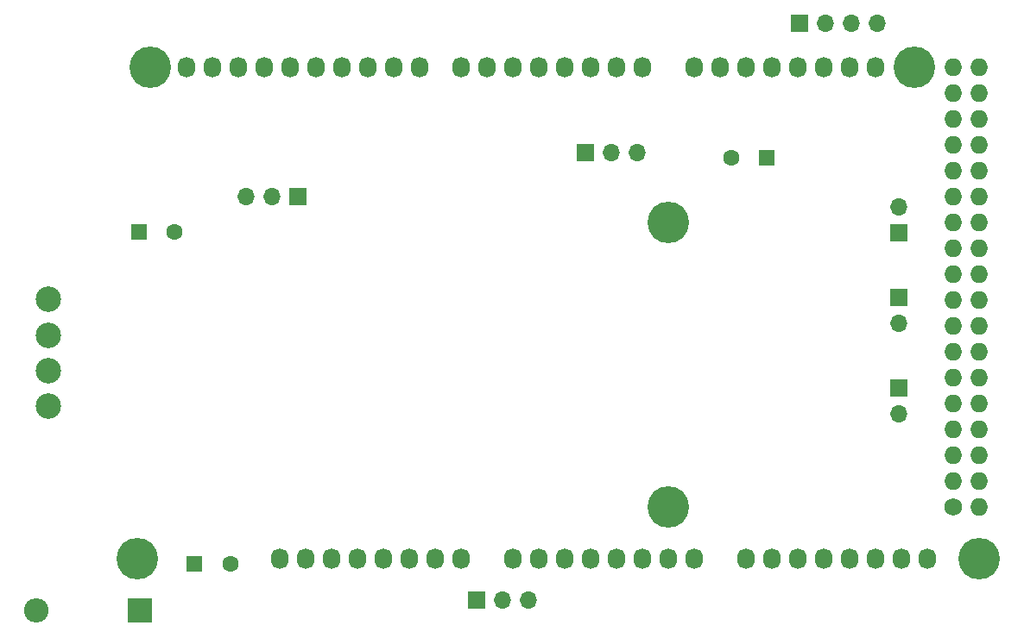
<source format=gbr>
G04 #@! TF.GenerationSoftware,KiCad,Pcbnew,(5.0.0-rc2-37-ga8db21319)*
G04 #@! TF.CreationDate,2018-05-29T02:54:05+01:00*
G04 #@! TF.ProjectId,tug,7475672E6B696361645F706362000000,rev?*
G04 #@! TF.SameCoordinates,Original*
G04 #@! TF.FileFunction,Soldermask,Bot*
G04 #@! TF.FilePolarity,Negative*
%FSLAX46Y46*%
G04 Gerber Fmt 4.6, Leading zero omitted, Abs format (unit mm)*
G04 Created by KiCad (PCBNEW (5.0.0-rc2-37-ga8db21319)) date Tue May 29 02:54:05 2018*
%MOMM*%
%LPD*%
G01*
G04 APERTURE LIST*
%ADD10C,1.727200*%
%ADD11O,1.727200X1.727200*%
%ADD12O,1.727200X2.032000*%
%ADD13C,4.064000*%
%ADD14C,1.600000*%
%ADD15R,1.600000X1.600000*%
%ADD16R,2.400000X2.400000*%
%ADD17O,2.400000X2.400000*%
%ADD18R,1.700000X1.700000*%
%ADD19O,1.700000X1.700000*%
%ADD20C,2.500000*%
G04 APERTURE END LIST*
D10*
G04 #@! TO.C,P1*
X197358000Y-114046000D03*
D11*
X199898000Y-114046000D03*
X197358000Y-111506000D03*
X199898000Y-111506000D03*
X197358000Y-108966000D03*
X199898000Y-108966000D03*
X197358000Y-106426000D03*
X199898000Y-106426000D03*
X197358000Y-103886000D03*
X199898000Y-103886000D03*
X197358000Y-101346000D03*
X199898000Y-101346000D03*
X197358000Y-98806000D03*
X199898000Y-98806000D03*
X197358000Y-96266000D03*
X199898000Y-96266000D03*
X197358000Y-93726000D03*
X199898000Y-93726000D03*
X197358000Y-91186000D03*
X199898000Y-91186000D03*
X197358000Y-88646000D03*
X199898000Y-88646000D03*
X197358000Y-86106000D03*
X199898000Y-86106000D03*
X197358000Y-83566000D03*
X199898000Y-83566000D03*
X197358000Y-81026000D03*
X199898000Y-81026000D03*
X197358000Y-78486000D03*
X199898000Y-78486000D03*
X197358000Y-75946000D03*
X199898000Y-75946000D03*
X197358000Y-73406000D03*
X199898000Y-73406000D03*
X197358000Y-70866000D03*
X199898000Y-70866000D03*
G04 #@! TD*
D12*
G04 #@! TO.C,P2*
X131318000Y-119126000D03*
X133858000Y-119126000D03*
X136398000Y-119126000D03*
X138938000Y-119126000D03*
X141478000Y-119126000D03*
X144018000Y-119126000D03*
X146558000Y-119126000D03*
X149098000Y-119126000D03*
G04 #@! TD*
G04 #@! TO.C,P3*
X154178000Y-119126000D03*
X156718000Y-119126000D03*
X159258000Y-119126000D03*
X161798000Y-119126000D03*
X164338000Y-119126000D03*
X166878000Y-119126000D03*
X169418000Y-119126000D03*
X171958000Y-119126000D03*
G04 #@! TD*
G04 #@! TO.C,P4*
X177038000Y-119126000D03*
X179578000Y-119126000D03*
X182118000Y-119126000D03*
X184658000Y-119126000D03*
X187198000Y-119126000D03*
X189738000Y-119126000D03*
X192278000Y-119126000D03*
X194818000Y-119126000D03*
G04 #@! TD*
G04 #@! TO.C,P5*
X122174000Y-70866000D03*
X124714000Y-70866000D03*
X127254000Y-70866000D03*
X129794000Y-70866000D03*
X132334000Y-70866000D03*
X134874000Y-70866000D03*
X137414000Y-70866000D03*
X139954000Y-70866000D03*
X142494000Y-70866000D03*
X145034000Y-70866000D03*
G04 #@! TD*
G04 #@! TO.C,P6*
X149098000Y-70866000D03*
X151638000Y-70866000D03*
X154178000Y-70866000D03*
X156718000Y-70866000D03*
X159258000Y-70866000D03*
X161798000Y-70866000D03*
X164338000Y-70866000D03*
X166878000Y-70866000D03*
G04 #@! TD*
G04 #@! TO.C,P7*
X171958000Y-70866000D03*
X174498000Y-70866000D03*
X177038000Y-70866000D03*
X179578000Y-70866000D03*
X182118000Y-70866000D03*
X184658000Y-70866000D03*
X187198000Y-70866000D03*
X189738000Y-70866000D03*
G04 #@! TD*
D13*
G04 #@! TO.C,P8*
X117348000Y-119126000D03*
G04 #@! TD*
G04 #@! TO.C,P9*
X169418000Y-114046000D03*
G04 #@! TD*
G04 #@! TO.C,P10*
X199898000Y-119126000D03*
G04 #@! TD*
G04 #@! TO.C,P11*
X118618000Y-70866000D03*
G04 #@! TD*
G04 #@! TO.C,P12*
X169418000Y-86106000D03*
G04 #@! TD*
G04 #@! TO.C,P13*
X193548000Y-70866000D03*
G04 #@! TD*
D14*
G04 #@! TO.C,C5*
X120975000Y-86995000D03*
D15*
X117475000Y-86995000D03*
G04 #@! TD*
G04 #@! TO.C,C6*
X122936000Y-119634000D03*
D14*
X126436000Y-119634000D03*
G04 #@! TD*
D16*
G04 #@! TO.C,D3*
X117602000Y-124206000D03*
D17*
X107442000Y-124206000D03*
G04 #@! TD*
D18*
G04 #@! TO.C,J1*
X182245000Y-66548000D03*
D19*
X184785000Y-66548000D03*
X187325000Y-66548000D03*
X189865000Y-66548000D03*
G04 #@! TD*
D20*
G04 #@! TO.C,J2*
X108585000Y-93640000D03*
X108585000Y-97140000D03*
X108585000Y-100640000D03*
X108585000Y-104140000D03*
G04 #@! TD*
D19*
G04 #@! TO.C,J3*
X166370000Y-79248000D03*
X163830000Y-79248000D03*
D18*
X161290000Y-79248000D03*
G04 #@! TD*
G04 #@! TO.C,J4*
X133096000Y-83566000D03*
D19*
X130556000Y-83566000D03*
X128016000Y-83566000D03*
G04 #@! TD*
D18*
G04 #@! TO.C,J5*
X150622000Y-123190000D03*
D19*
X153162000Y-123190000D03*
X155702000Y-123190000D03*
G04 #@! TD*
D18*
G04 #@! TO.C,J6*
X192024000Y-87122000D03*
D19*
X192024000Y-84582000D03*
G04 #@! TD*
G04 #@! TO.C,J7*
X192024000Y-96012000D03*
D18*
X192024000Y-93472000D03*
G04 #@! TD*
G04 #@! TO.C,J8*
X192024000Y-102362000D03*
D19*
X192024000Y-104902000D03*
G04 #@! TD*
D15*
G04 #@! TO.C,C9*
X179070000Y-79756000D03*
D14*
X175570000Y-79756000D03*
G04 #@! TD*
M02*

</source>
